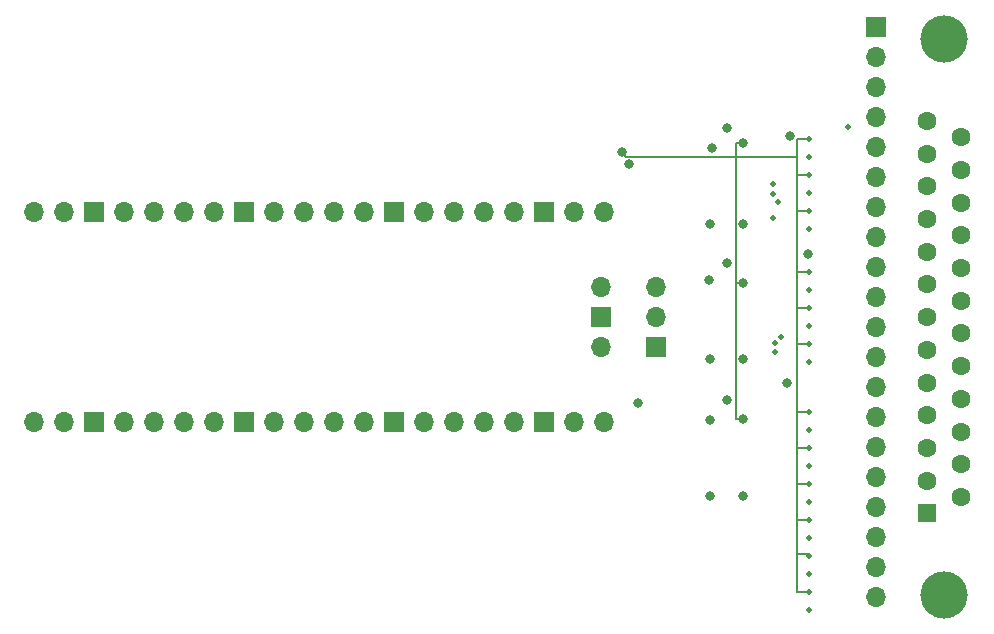
<source format=gbr>
%TF.GenerationSoftware,KiCad,Pcbnew,6.0.10-86aedd382b~118~ubuntu20.04.1*%
%TF.CreationDate,2022-12-30T18:50:17-08:00*%
%TF.ProjectId,parallel2usb,70617261-6c6c-4656-9c32-7573622e6b69,rev?*%
%TF.SameCoordinates,Original*%
%TF.FileFunction,Copper,L2,Inr*%
%TF.FilePolarity,Positive*%
%FSLAX46Y46*%
G04 Gerber Fmt 4.6, Leading zero omitted, Abs format (unit mm)*
G04 Created by KiCad (PCBNEW 6.0.10-86aedd382b~118~ubuntu20.04.1) date 2022-12-30 18:50:17*
%MOMM*%
%LPD*%
G01*
G04 APERTURE LIST*
%TA.AperFunction,ComponentPad*%
%ADD10C,4.000000*%
%TD*%
%TA.AperFunction,ComponentPad*%
%ADD11R,1.600000X1.600000*%
%TD*%
%TA.AperFunction,ComponentPad*%
%ADD12C,1.600000*%
%TD*%
%TA.AperFunction,ComponentPad*%
%ADD13O,1.700000X1.700000*%
%TD*%
%TA.AperFunction,ComponentPad*%
%ADD14R,1.700000X1.700000*%
%TD*%
%TA.AperFunction,ViaPad*%
%ADD15C,0.460000*%
%TD*%
%TA.AperFunction,ViaPad*%
%ADD16C,0.800000*%
%TD*%
%TA.AperFunction,Conductor*%
%ADD17C,0.200000*%
%TD*%
G04 APERTURE END LIST*
D10*
%TO.N,GND*%
%TO.C,J1*%
X200508000Y-78055000D03*
X200508000Y-125155000D03*
D11*
%TO.N,/STROBE*%
X199088000Y-118225000D03*
D12*
%TO.N,/D0*%
X199088000Y-115455000D03*
%TO.N,/D1*%
X199088000Y-112685000D03*
%TO.N,/D2*%
X199088000Y-109915000D03*
%TO.N,/D3*%
X199088000Y-107145000D03*
%TO.N,/D4*%
X199088000Y-104375000D03*
%TO.N,/D5*%
X199088000Y-101605000D03*
%TO.N,/D6*%
X199088000Y-98835000D03*
%TO.N,/D7*%
X199088000Y-96065000D03*
%TO.N,/ACK*%
X199088000Y-93295000D03*
%TO.N,/BUSY*%
X199088000Y-90525000D03*
%TO.N,/PE*%
X199088000Y-87755000D03*
%TO.N,/SEL*%
X199088000Y-84985000D03*
%TO.N,/AUTOF*%
X201928000Y-116840000D03*
%TO.N,/ERROR*%
X201928000Y-114070000D03*
%TO.N,/INIT*%
X201928000Y-111300000D03*
%TO.N,/SELIN*%
X201928000Y-108530000D03*
%TO.N,GND*%
X201928000Y-105760000D03*
X201928000Y-102990000D03*
X201928000Y-100220000D03*
X201928000Y-97450000D03*
X201928000Y-94680000D03*
X201928000Y-91910000D03*
X201928000Y-89140000D03*
X201928000Y-86370000D03*
%TD*%
D13*
%TO.N,/SWDIO*%
%TO.C,J3*%
X176149000Y-99045000D03*
%TO.N,GND*%
X176149000Y-101585000D03*
D14*
%TO.N,/SWCLK*%
X176149000Y-104125000D03*
%TD*%
D13*
%TO.N,/SWDIO*%
%TO.C,U4*%
X171450000Y-99060000D03*
D14*
%TO.N,GND*%
X171450000Y-101600000D03*
D13*
%TO.N,/SWCLK*%
X171450000Y-104140000D03*
%TO.N,+5V*%
X123420000Y-92710000D03*
%TO.N,unconnected-(U4-Pad39)*%
X125960000Y-92710000D03*
D14*
%TO.N,GND*%
X128500000Y-92710000D03*
D13*
%TO.N,unconnected-(U4-Pad37)*%
X131040000Y-92710000D03*
%TO.N,+3.3V*%
X133580000Y-92710000D03*
%TO.N,unconnected-(U4-Pad35)*%
X136120000Y-92710000D03*
%TO.N,unconnected-(U4-Pad34)*%
X138660000Y-92710000D03*
D14*
%TO.N,GND*%
X141200000Y-92710000D03*
D13*
%TO.N,unconnected-(U4-Pad32)*%
X143740000Y-92710000D03*
%TO.N,unconnected-(U4-Pad31)*%
X146280000Y-92710000D03*
%TO.N,unconnected-(U4-Pad30)*%
X148820000Y-92710000D03*
%TO.N,unconnected-(U4-Pad29)*%
X151360000Y-92710000D03*
D14*
%TO.N,GND*%
X153900000Y-92710000D03*
D13*
%TO.N,/SOEN_3*%
X156440000Y-92710000D03*
%TO.N,/ACK_3*%
X158980000Y-92710000D03*
%TO.N,/ERROR_3*%
X161520000Y-92710000D03*
%TO.N,/SEL_3*%
X164060000Y-92710000D03*
D14*
%TO.N,GND*%
X166600000Y-92710000D03*
D13*
%TO.N,/PE_3*%
X169140000Y-92710000D03*
%TO.N,/BUSY_3*%
X171680000Y-92710000D03*
%TO.N,/D7_3*%
X171680000Y-110490000D03*
%TO.N,/D6_3*%
X169140000Y-110490000D03*
D14*
%TO.N,GND*%
X166600000Y-110490000D03*
D13*
%TO.N,/D5_3*%
X164060000Y-110490000D03*
%TO.N,/D4_3*%
X161520000Y-110490000D03*
%TO.N,/D3_3*%
X158980000Y-110490000D03*
%TO.N,/D2_3*%
X156440000Y-110490000D03*
D14*
%TO.N,GND*%
X153900000Y-110490000D03*
D13*
%TO.N,/D1_3*%
X151360000Y-110490000D03*
%TO.N,/D0_3*%
X148820000Y-110490000D03*
%TO.N,/DOEN_3*%
X146280000Y-110490000D03*
%TO.N,/STROBE_3*%
X143740000Y-110490000D03*
D14*
%TO.N,GND*%
X141200000Y-110490000D03*
D13*
%TO.N,/AUTOF_3*%
X138660000Y-110490000D03*
%TO.N,/INIT_3*%
X136120000Y-110490000D03*
%TO.N,/SELIN_3*%
X133580000Y-110490000D03*
%TO.N,/COEN_3*%
X131040000Y-110490000D03*
D14*
%TO.N,GND*%
X128500000Y-110490000D03*
D13*
%TO.N,unconnected-(U4-Pad2)*%
X125960000Y-110490000D03*
%TO.N,unconnected-(U4-Pad1)*%
X123420000Y-110490000D03*
%TD*%
D14*
%TO.N,+3.3V*%
%TO.C,J2*%
X194770000Y-77082000D03*
D13*
%TO.N,+5V*%
X194770000Y-79622000D03*
%TO.N,/SEL*%
X194770000Y-82162000D03*
%TO.N,/PE*%
X194770000Y-84702000D03*
%TO.N,/BUSY*%
X194770000Y-87242000D03*
%TO.N,/ACK*%
X194770000Y-89782000D03*
%TO.N,/D7*%
X194770000Y-92322000D03*
%TO.N,/D6*%
X194770000Y-94862000D03*
%TO.N,/D5*%
X194770000Y-97402000D03*
%TO.N,/D4*%
X194770000Y-99942000D03*
%TO.N,/D3*%
X194770000Y-102482000D03*
%TO.N,/SELIN*%
X194770000Y-105022000D03*
%TO.N,/D2*%
X194770000Y-107562000D03*
%TO.N,/INIT*%
X194770000Y-110102000D03*
%TO.N,/D1*%
X194770000Y-112642000D03*
%TO.N,/ERROR*%
X194770000Y-115182000D03*
%TO.N,/D0*%
X194770000Y-117722000D03*
%TO.N,/AUTOF*%
X194770000Y-120262000D03*
%TO.N,/STROBE*%
X194770000Y-122802000D03*
%TO.N,GND*%
X194770000Y-125342000D03*
%TD*%
D15*
%TO.N,/SELIN*%
X192405000Y-85471000D03*
D16*
%TO.N,+5V*%
X183515000Y-98679000D03*
%TO.N,GND*%
X174625000Y-108839000D03*
%TO.N,+3.3V*%
X188976000Y-96266000D03*
X187198000Y-107188000D03*
X180594000Y-98425000D03*
%TO.N,+5V*%
X173228000Y-87630000D03*
%TO.N,+3.3V*%
X187452000Y-86233000D03*
X173863000Y-88656503D03*
D15*
%TO.N,/ACK*%
X186436000Y-91821000D03*
%TO.N,/ERROR*%
X186055000Y-93218000D03*
%TO.N,/INIT*%
X186690000Y-103251000D03*
%TO.N,/AUTOF*%
X186182000Y-103759000D03*
%TO.N,/STROBE*%
X186182000Y-104521000D03*
D16*
%TO.N,GND*%
X182118000Y-97028000D03*
X180721000Y-105156000D03*
X183515000Y-105156000D03*
D15*
%TO.N,+5V*%
X189103000Y-121793000D03*
%TO.N,GND*%
X189103000Y-123317000D03*
X189103000Y-117221000D03*
%TO.N,+5V*%
X189103000Y-112649000D03*
%TO.N,GND*%
X189103000Y-91059000D03*
X189103000Y-88011000D03*
D16*
X180721000Y-93726000D03*
X180721000Y-116713000D03*
D15*
%TO.N,+5V*%
X189103000Y-115697000D03*
D16*
%TO.N,GND*%
X182118000Y-108585000D03*
X183515000Y-116713000D03*
D15*
X189103000Y-120269000D03*
D16*
X183515000Y-93726000D03*
D15*
X189103000Y-126365000D03*
D16*
X182118000Y-85598000D03*
D15*
X189103000Y-94107000D03*
X189103000Y-102362000D03*
%TO.N,+5V*%
X189103000Y-92583000D03*
%TO.N,GND*%
X189103000Y-105410000D03*
X189103000Y-99314000D03*
X189103000Y-111125000D03*
%TO.N,/BUSY*%
X185984000Y-91186000D03*
%TO.N,/PE*%
X186055000Y-90297000D03*
D16*
%TO.N,+3.3V*%
X180641843Y-110315157D03*
X180848000Y-87249000D03*
D15*
%TO.N,+5V*%
X189103000Y-103886000D03*
D16*
X183515000Y-110236000D03*
D15*
X189103000Y-97790000D03*
%TO.N,GND*%
X189103000Y-114173000D03*
%TO.N,+5V*%
X189103000Y-109601000D03*
D16*
X183515000Y-86868000D03*
D15*
X189103000Y-100838000D03*
X189103000Y-86487000D03*
X189103000Y-89535000D03*
X189103000Y-118745000D03*
X189103000Y-124841000D03*
%TD*%
D17*
%TO.N,+5V*%
X182880000Y-88011000D02*
X182880000Y-86868000D01*
X182880000Y-86868000D02*
X183515000Y-86868000D01*
X182880000Y-98679000D02*
X182880000Y-110236000D01*
X182880000Y-88011000D02*
X182880000Y-98679000D01*
X182880000Y-98679000D02*
X183515000Y-98679000D01*
X182880000Y-88011000D02*
X173609000Y-88011000D01*
X173609000Y-88011000D02*
X173228000Y-87630000D01*
X183261000Y-88011000D02*
X182880000Y-88011000D01*
X182880000Y-110236000D02*
X183515000Y-110236000D01*
X188087000Y-88011000D02*
X188087000Y-89535000D01*
X188087000Y-86487000D02*
X188087000Y-88011000D01*
X188087000Y-88011000D02*
X183261000Y-88011000D01*
X188087000Y-89535000D02*
X188087000Y-92583000D01*
X188087000Y-89535000D02*
X189103000Y-89535000D01*
X188087000Y-92583000D02*
X188087000Y-97790000D01*
X188087000Y-92583000D02*
X189103000Y-92583000D01*
X188087000Y-97790000D02*
X188087000Y-100838000D01*
X188087000Y-97790000D02*
X189103000Y-97790000D01*
X188087000Y-100838000D02*
X188087000Y-103886000D01*
X188087000Y-100838000D02*
X189103000Y-100838000D01*
X188087000Y-103886000D02*
X188087000Y-109601000D01*
X188087000Y-103886000D02*
X189103000Y-103886000D01*
X188087000Y-109601000D02*
X188087000Y-112649000D01*
X188087000Y-109601000D02*
X189103000Y-109601000D01*
X188087000Y-112649000D02*
X188087000Y-115697000D01*
X188087000Y-112649000D02*
X189103000Y-112649000D01*
X188087000Y-115697000D02*
X188087000Y-118745000D01*
X188087000Y-115697000D02*
X189103000Y-115697000D01*
X188087000Y-118745000D02*
X188087000Y-121666000D01*
X188087000Y-118745000D02*
X189103000Y-118745000D01*
X188087000Y-121666000D02*
X188087000Y-124841000D01*
X188087000Y-121666000D02*
X188976000Y-121666000D01*
X188976000Y-121666000D02*
X189103000Y-121793000D01*
X189103000Y-86487000D02*
X188087000Y-86487000D01*
X188087000Y-124841000D02*
X189103000Y-124841000D01*
%TD*%
M02*

</source>
